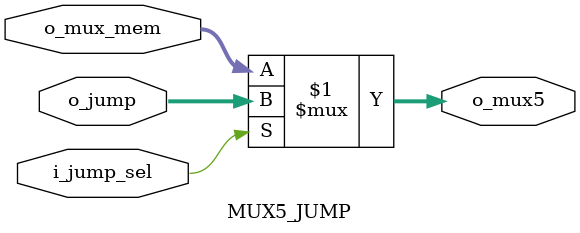
<source format=v>
`timescale 1ns / 1ps

`define WIDTH_JUMP_ADDR 32
`define WIDTH_MUX_MEM 32
`define WIDTH_OUT_JUMP 32
module MUX5_JUMP(
input i_jump_sel ,
input [`WIDTH_JUMP_ADDR-1:0] o_jump , 
input [`WIDTH_MUX_MEM-1:0] o_mux_mem ,
output [`WIDTH_OUT_JUMP-1:0] o_mux5  
    );
assign o_mux5 = i_jump_sel ? o_jump : o_mux_mem ;        
endmodule

</source>
